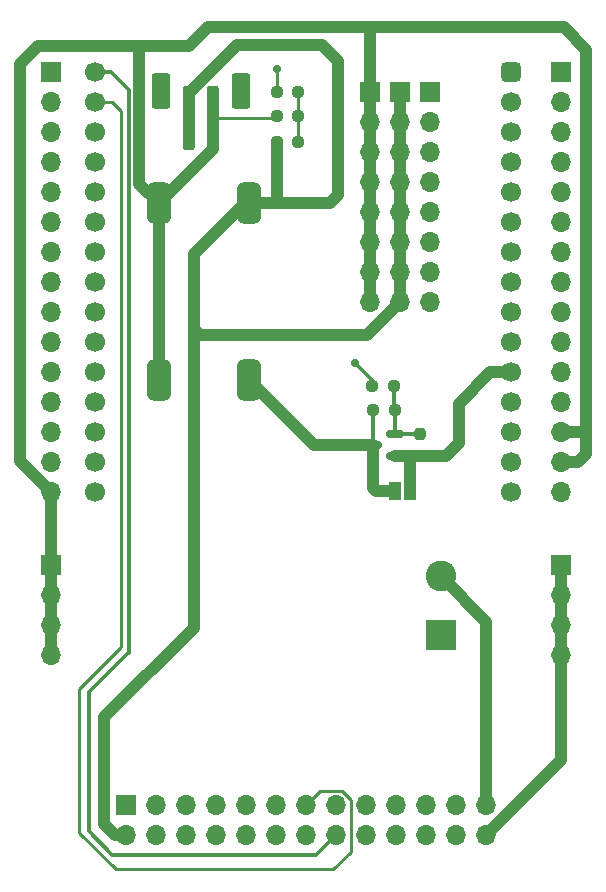
<source format=gbl>
G04 #@! TF.GenerationSoftware,KiCad,Pcbnew,(6.0.7)*
G04 #@! TF.CreationDate,2023-01-29T13:56:44+08:00*
G04 #@! TF.ProjectId,mainBoard,6d61696e-426f-4617-9264-2e6b69636164,rev?*
G04 #@! TF.SameCoordinates,Original*
G04 #@! TF.FileFunction,Copper,L2,Bot*
G04 #@! TF.FilePolarity,Positive*
%FSLAX46Y46*%
G04 Gerber Fmt 4.6, Leading zero omitted, Abs format (unit mm)*
G04 Created by KiCad (PCBNEW (6.0.7)) date 2023-01-29 13:56:44*
%MOMM*%
%LPD*%
G01*
G04 APERTURE LIST*
G04 Aperture macros list*
%AMRoundRect*
0 Rectangle with rounded corners*
0 $1 Rounding radius*
0 $2 $3 $4 $5 $6 $7 $8 $9 X,Y pos of 4 corners*
0 Add a 4 corners polygon primitive as box body*
4,1,4,$2,$3,$4,$5,$6,$7,$8,$9,$2,$3,0*
0 Add four circle primitives for the rounded corners*
1,1,$1+$1,$2,$3*
1,1,$1+$1,$4,$5*
1,1,$1+$1,$6,$7*
1,1,$1+$1,$8,$9*
0 Add four rect primitives between the rounded corners*
20,1,$1+$1,$2,$3,$4,$5,0*
20,1,$1+$1,$4,$5,$6,$7,0*
20,1,$1+$1,$6,$7,$8,$9,0*
20,1,$1+$1,$8,$9,$2,$3,0*%
G04 Aperture macros list end*
G04 #@! TA.AperFunction,ComponentPad*
%ADD10R,1.700000X1.700000*%
G04 #@! TD*
G04 #@! TA.AperFunction,ComponentPad*
%ADD11O,1.700000X1.700000*%
G04 #@! TD*
G04 #@! TA.AperFunction,ComponentPad*
%ADD12RoundRect,0.425000X-0.425000X-0.425000X0.425000X-0.425000X0.425000X0.425000X-0.425000X0.425000X0*%
G04 #@! TD*
G04 #@! TA.AperFunction,ComponentPad*
%ADD13C,1.700000*%
G04 #@! TD*
G04 #@! TA.AperFunction,SMDPad,CuDef*
%ADD14RoundRect,0.237500X0.237500X-0.250000X0.237500X0.250000X-0.237500X0.250000X-0.237500X-0.250000X0*%
G04 #@! TD*
G04 #@! TA.AperFunction,SMDPad,CuDef*
%ADD15RoundRect,0.500000X-0.500000X1.250000X-0.500000X-1.250000X0.500000X-1.250000X0.500000X1.250000X0*%
G04 #@! TD*
G04 #@! TA.AperFunction,SMDPad,CuDef*
%ADD16R,1.000000X1.500000*%
G04 #@! TD*
G04 #@! TA.AperFunction,SMDPad,CuDef*
%ADD17RoundRect,0.150000X0.587500X0.150000X-0.587500X0.150000X-0.587500X-0.150000X0.587500X-0.150000X0*%
G04 #@! TD*
G04 #@! TA.AperFunction,SMDPad,CuDef*
%ADD18RoundRect,0.237500X0.250000X0.237500X-0.250000X0.237500X-0.250000X-0.237500X0.250000X-0.237500X0*%
G04 #@! TD*
G04 #@! TA.AperFunction,ComponentPad*
%ADD19R,2.600000X2.600000*%
G04 #@! TD*
G04 #@! TA.AperFunction,ComponentPad*
%ADD20C,2.600000*%
G04 #@! TD*
G04 #@! TA.AperFunction,SMDPad,CuDef*
%ADD21RoundRect,0.250000X0.250000X2.500000X-0.250000X2.500000X-0.250000X-2.500000X0.250000X-2.500000X0*%
G04 #@! TD*
G04 #@! TA.AperFunction,SMDPad,CuDef*
%ADD22RoundRect,0.250000X0.550000X1.250000X-0.550000X1.250000X-0.550000X-1.250000X0.550000X-1.250000X0*%
G04 #@! TD*
G04 #@! TA.AperFunction,SMDPad,CuDef*
%ADD23RoundRect,0.237500X-0.250000X-0.237500X0.250000X-0.237500X0.250000X0.237500X-0.250000X0.237500X0*%
G04 #@! TD*
G04 #@! TA.AperFunction,ViaPad*
%ADD24C,0.700000*%
G04 #@! TD*
G04 #@! TA.AperFunction,Conductor*
%ADD25C,1.000000*%
G04 #@! TD*
G04 #@! TA.AperFunction,Conductor*
%ADD26C,0.300000*%
G04 #@! TD*
G04 #@! TA.AperFunction,Conductor*
%ADD27C,0.254000*%
G04 #@! TD*
G04 APERTURE END LIST*
D10*
X127000000Y-70305000D03*
D11*
X127000000Y-72845000D03*
X127000000Y-75385000D03*
X127000000Y-77925000D03*
X127000000Y-80465000D03*
X127000000Y-83005000D03*
X127000000Y-85545000D03*
X127000000Y-88085000D03*
X127000000Y-90625000D03*
X127000000Y-93165000D03*
X127000000Y-95705000D03*
X127000000Y-98245000D03*
X127000000Y-100785000D03*
X127000000Y-103325000D03*
X127000000Y-105865000D03*
D12*
X165953000Y-70305000D03*
D13*
X165953000Y-72845000D03*
X165953000Y-75385000D03*
X165953000Y-77925000D03*
X165953000Y-80465000D03*
X165953000Y-83005000D03*
X165953000Y-85545000D03*
X165953000Y-88085000D03*
X165953000Y-90625000D03*
X165953000Y-93165000D03*
X165953000Y-95705000D03*
X165953000Y-98245000D03*
X165953000Y-100785000D03*
X165953000Y-103325000D03*
X165953000Y-105865000D03*
X130745000Y-70305000D03*
X130745000Y-72845000D03*
X130745000Y-75385000D03*
X130745000Y-77925000D03*
X130745000Y-80465000D03*
X130745000Y-83005000D03*
X130745000Y-85545000D03*
X130745000Y-88085000D03*
X130745000Y-90625000D03*
X130745000Y-93165000D03*
X130745000Y-95705000D03*
X130745000Y-98245000D03*
X130745000Y-100785000D03*
X130745000Y-103325000D03*
X130745000Y-105865000D03*
D10*
X170180000Y-70305000D03*
D11*
X170180000Y-72845000D03*
X170180000Y-75385000D03*
X170180000Y-77925000D03*
X170180000Y-80465000D03*
X170180000Y-83005000D03*
X170180000Y-85545000D03*
X170180000Y-88085000D03*
X170180000Y-90625000D03*
X170180000Y-93165000D03*
X170180000Y-95705000D03*
X170180000Y-98245000D03*
X170180000Y-100785000D03*
X170180000Y-103325000D03*
X170180000Y-105865000D03*
D10*
X170180000Y-112000000D03*
D11*
X170180000Y-114540000D03*
X170180000Y-117080000D03*
X170180000Y-119620000D03*
D10*
X127000000Y-112000000D03*
D11*
X127000000Y-114540000D03*
X127000000Y-117080000D03*
X127000000Y-119620000D03*
D14*
X158200000Y-102812500D03*
X158200000Y-100987500D03*
D15*
X143720000Y-81400000D03*
X136100000Y-81400000D03*
X143720000Y-96400000D03*
X136100000Y-96400000D03*
D10*
X154000000Y-72000000D03*
D11*
X154000000Y-74540000D03*
X154000000Y-77080000D03*
X154000000Y-79620000D03*
X154000000Y-82160000D03*
X154000000Y-84700000D03*
X154000000Y-87240000D03*
X154000000Y-89780000D03*
D16*
X156100000Y-105750000D03*
X157400000Y-105750000D03*
D17*
X156137500Y-100950000D03*
X156137500Y-102850000D03*
X154262500Y-101900000D03*
D18*
X147912500Y-72000000D03*
X146087500Y-72000000D03*
D10*
X133365000Y-132350000D03*
D11*
X135905000Y-132350000D03*
X138445000Y-132350000D03*
X140985000Y-132350000D03*
X143525000Y-132350000D03*
X146065000Y-132350000D03*
X148605000Y-132350000D03*
X151145000Y-132350000D03*
X153685000Y-132350000D03*
X156225000Y-132350000D03*
X158765000Y-132350000D03*
X161305000Y-132350000D03*
X163845000Y-132350000D03*
X133365000Y-134890000D03*
X135905000Y-134890000D03*
X138445000Y-134890000D03*
X140985000Y-134890000D03*
X143525000Y-134890000D03*
X146065000Y-134890000D03*
X148605000Y-134890000D03*
X151145000Y-134890000D03*
X153685000Y-134890000D03*
X156225000Y-134890000D03*
X158765000Y-134890000D03*
X161305000Y-134890000D03*
X163845000Y-134890000D03*
D19*
X160000000Y-118000000D03*
D20*
X160000000Y-113000000D03*
D21*
X140700000Y-74160000D03*
X138700000Y-74160000D03*
D22*
X136300000Y-71910000D03*
X143100000Y-71910000D03*
D10*
X156540000Y-72000000D03*
D11*
X156540000Y-74540000D03*
X156540000Y-77080000D03*
X156540000Y-79620000D03*
X156540000Y-82160000D03*
X156540000Y-84700000D03*
X156540000Y-87240000D03*
X156540000Y-89780000D03*
D23*
X154287500Y-98900000D03*
X156112500Y-98900000D03*
D10*
X159080000Y-72000000D03*
D11*
X159080000Y-74540000D03*
X159080000Y-77080000D03*
X159080000Y-79620000D03*
X159080000Y-82160000D03*
X159080000Y-84700000D03*
X159080000Y-87240000D03*
X159080000Y-89780000D03*
D23*
X146087500Y-76200000D03*
X147912500Y-76200000D03*
D18*
X156025000Y-96900000D03*
X154200000Y-96900000D03*
X147912500Y-74000000D03*
X146087500Y-74000000D03*
D24*
X152700000Y-94900000D03*
X146087500Y-70014500D03*
D25*
X139590000Y-92600000D02*
X139065000Y-92075000D01*
X139065000Y-92075000D02*
X139065000Y-117335000D01*
X156540000Y-84700000D02*
X156540000Y-87240000D01*
X146300000Y-81400000D02*
X143720000Y-81400000D01*
X139065000Y-85725000D02*
X139065000Y-92075000D01*
X151300000Y-80700000D02*
X150600000Y-81400000D01*
X142766497Y-68000000D02*
X149900000Y-68000000D01*
X146087500Y-81187500D02*
X146300000Y-81400000D01*
X146087500Y-76200000D02*
X146087500Y-81187500D01*
X153720000Y-92600000D02*
X139590000Y-92600000D01*
X156540000Y-77080000D02*
X156540000Y-79620000D01*
X156540000Y-72000000D02*
X156540000Y-74540000D01*
X156540000Y-79620000D02*
X156540000Y-82160000D01*
X143390000Y-81400000D02*
X143720000Y-81400000D01*
X156540000Y-87240000D02*
X156540000Y-89780000D01*
X149900000Y-68000000D02*
X151300000Y-69400000D01*
X156540000Y-82160000D02*
X156540000Y-84700000D01*
X132390000Y-134890000D02*
X133365000Y-134890000D01*
X156540000Y-74540000D02*
X156540000Y-77080000D01*
X131450000Y-133950000D02*
X132390000Y-134890000D01*
X150600000Y-81400000D02*
X146300000Y-81400000D01*
X138700000Y-74160000D02*
X138700000Y-72066497D01*
X139065000Y-117335000D02*
X131450000Y-124950000D01*
X156540000Y-89780000D02*
X153720000Y-92600000D01*
X138700000Y-72066497D02*
X142766497Y-68000000D01*
X139065000Y-85725000D02*
X143390000Y-81400000D01*
X151300000Y-69400000D02*
X151300000Y-80700000D01*
X131450000Y-124950000D02*
X131450000Y-133950000D01*
X136100000Y-81400000D02*
X134450000Y-79750000D01*
X154000000Y-66500000D02*
X154000000Y-72000000D01*
X171575000Y-103325000D02*
X172300000Y-102600000D01*
D26*
X154200000Y-96400000D02*
X152700000Y-94900000D01*
D25*
X154000000Y-79620000D02*
X154000000Y-82160000D01*
X154000000Y-84700000D02*
X154000000Y-87240000D01*
X172300000Y-100700000D02*
X172300000Y-68400000D01*
X127000000Y-119620000D02*
X127000000Y-117080000D01*
X170400000Y-66500000D02*
X154000000Y-66500000D01*
X170180000Y-103325000D02*
X171575000Y-103325000D01*
D27*
X140700000Y-74160000D02*
X145927500Y-74160000D01*
D25*
X160000000Y-113000000D02*
X163845000Y-116845000D01*
X125900000Y-68100000D02*
X134465000Y-68100000D01*
X154000000Y-82160000D02*
X154000000Y-84700000D01*
X154000000Y-77080000D02*
X154000000Y-79620000D01*
X127000000Y-114540000D02*
X127000000Y-112000000D01*
X140700000Y-76800000D02*
X140700000Y-74160000D01*
D26*
X154200000Y-96900000D02*
X154200000Y-96400000D01*
D25*
X136100000Y-81400000D02*
X140700000Y-76800000D01*
X144800000Y-66500000D02*
X140300000Y-66500000D01*
X154000000Y-72000000D02*
X154000000Y-74540000D01*
X134450000Y-79750000D02*
X134450000Y-68115000D01*
X124400000Y-69600000D02*
X125900000Y-68100000D01*
X127000000Y-117080000D02*
X127000000Y-114540000D01*
X154000000Y-66500000D02*
X144800000Y-66500000D01*
X127000000Y-105865000D02*
X124400000Y-103265000D01*
X154000000Y-87240000D02*
X154000000Y-89780000D01*
X154000000Y-74540000D02*
X154000000Y-77080000D01*
X140300000Y-66500000D02*
X138700000Y-68100000D01*
X136100000Y-81400000D02*
X136100000Y-96400000D01*
X170180000Y-100785000D02*
X172215000Y-100785000D01*
X172215000Y-100785000D02*
X172300000Y-100700000D01*
X172300000Y-68400000D02*
X170400000Y-66500000D01*
X163845000Y-116845000D02*
X163845000Y-132350000D01*
X127000000Y-105865000D02*
X127000000Y-112000000D01*
X172300000Y-102600000D02*
X172300000Y-100700000D01*
D27*
X145927500Y-74160000D02*
X146087500Y-74000000D01*
D25*
X134465000Y-68100000D02*
X138700000Y-68100000D01*
X124400000Y-103265000D02*
X124400000Y-69600000D01*
X134450000Y-68115000D02*
X134465000Y-68100000D01*
D27*
X150900000Y-137800000D02*
X132500000Y-137800000D01*
X129400000Y-122500000D02*
X132900000Y-119000000D01*
X132145000Y-72845000D02*
X130745000Y-72845000D01*
X148605000Y-132350000D02*
X149782000Y-131173000D01*
X152400000Y-131900000D02*
X152400000Y-136300000D01*
X149782000Y-131173000D02*
X151673000Y-131173000D01*
X129400000Y-134700000D02*
X129400000Y-122500000D01*
X152400000Y-136300000D02*
X150900000Y-137800000D01*
X151673000Y-131173000D02*
X152400000Y-131900000D01*
X132900000Y-119000000D02*
X132900000Y-73600000D01*
X132900000Y-73600000D02*
X132145000Y-72845000D01*
X132500000Y-137800000D02*
X129400000Y-134700000D01*
D26*
X132105000Y-70305000D02*
X130745000Y-70305000D01*
X133600000Y-119500000D02*
X133600000Y-71800000D01*
X133500000Y-119500000D02*
X133600000Y-119500000D01*
X151145000Y-134890000D02*
X149462846Y-136572154D01*
X132172154Y-136572154D02*
X130200000Y-134600000D01*
X149462846Y-136572154D02*
X132172154Y-136572154D01*
X130200000Y-122800000D02*
X133500000Y-119500000D01*
X130200000Y-134600000D02*
X130200000Y-122800000D01*
X133600000Y-71800000D02*
X132105000Y-70305000D01*
D25*
X170180000Y-128555000D02*
X170180000Y-119620000D01*
X170180000Y-117080000D02*
X170180000Y-119620000D01*
X170180000Y-112000000D02*
X170180000Y-114540000D01*
X163845000Y-134890000D02*
X170180000Y-128555000D01*
X170180000Y-114540000D02*
X170180000Y-117080000D01*
X157400000Y-102900000D02*
X157350000Y-102850000D01*
X161500000Y-101700000D02*
X161500000Y-98400000D01*
X158162500Y-102850000D02*
X158200000Y-102812500D01*
X156137500Y-102850000D02*
X157350000Y-102850000D01*
X157350000Y-102850000D02*
X158162500Y-102850000D01*
X158200000Y-102812500D02*
X158212500Y-102800000D01*
X157400000Y-105750000D02*
X157400000Y-102900000D01*
X164195000Y-95705000D02*
X165953000Y-95705000D01*
X158212500Y-102800000D02*
X160400000Y-102800000D01*
X161500000Y-98400000D02*
X164195000Y-95705000D01*
X160400000Y-102800000D02*
X161500000Y-101700000D01*
D27*
X146087500Y-72000000D02*
X146087500Y-70014500D01*
D26*
X156112500Y-100925000D02*
X156137500Y-100950000D01*
X156112500Y-98900000D02*
X156112500Y-100925000D01*
X156025000Y-96900000D02*
X156025000Y-98812500D01*
X156025000Y-98812500D02*
X156112500Y-98900000D01*
X158162500Y-100950000D02*
X158200000Y-100987500D01*
X156137500Y-100950000D02*
X158162500Y-100950000D01*
D25*
X154250000Y-101912500D02*
X154262500Y-101900000D01*
D26*
X154262500Y-98925000D02*
X154262500Y-101900000D01*
D25*
X154250000Y-105500000D02*
X154250000Y-101912500D01*
X156100000Y-105750000D02*
X154500000Y-105750000D01*
D26*
X154287500Y-98900000D02*
X154262500Y-98925000D01*
D25*
X143720000Y-96400000D02*
X149220000Y-101900000D01*
X154500000Y-105750000D02*
X154250000Y-105500000D01*
X149220000Y-101900000D02*
X154262500Y-101900000D01*
D27*
X147912500Y-74000000D02*
X147912500Y-76200000D01*
X147912500Y-72000000D02*
X147912500Y-74000000D01*
M02*

</source>
